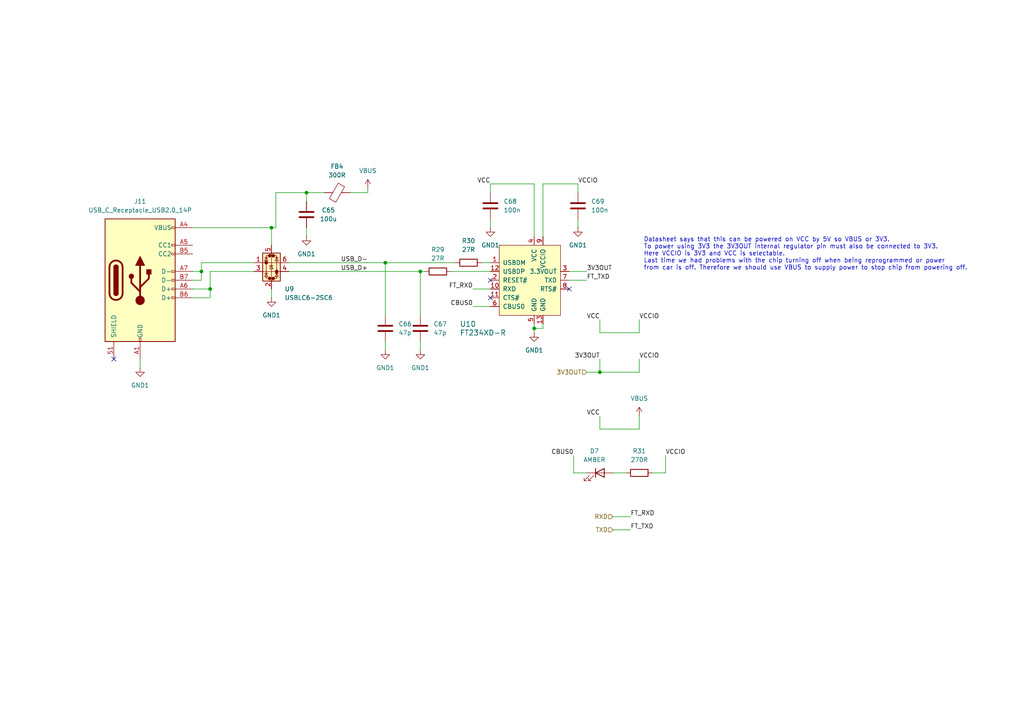
<source format=kicad_sch>
(kicad_sch (version 20231120) (generator "eeschema") (generator_version "8.0")
  (paper "A4")
  (title_block (title "HyperDrive Motor Controller") (date "2024-05-16") (rev "Mk. 1") (company "University of Alberta EcoCar Team"))
  (lib_symbols
    (symbol "Connector:USB_C_Receptacle_USB2.0_14P" (pin_names (offset 1.016))
      (property "Reference" "J" (at 0 22.225 0))
      (property "Value" "USB_C_Receptacle_USB2.0_14P" (at 0 19.685 0))
      (symbol "USB_C_Receptacle_USB2.0_14P_0_0"
        (rectangle (start -0.254 -17.78) (end 0.254 -16.764))
        (rectangle (start 10.16 -4.826) (end 9.144 -5.334))
        (rectangle (start 10.16 -2.286) (end 9.144 -2.794))
        (rectangle (start 10.16 0.254) (end 9.144 -0.254))
        (rectangle (start 10.16 2.794) (end 9.144 2.286))
        (rectangle (start 10.16 7.874) (end 9.144 7.366))
        (rectangle (start 10.16 10.414) (end 9.144 9.906))
        (rectangle (start 10.16 15.494) (end 9.144 14.986))
      )
      (symbol "USB_C_Receptacle_USB2.0_14P_0_1"
        (rectangle (start -10.16 17.78) (end 10.16 -17.78) (stroke (width 0.254)) (fill (type background)))
        (arc (start -8.89 -3.81) (mid -6.985 -5.7067) (end -5.08 -3.81) (stroke (width 0.508)))
        (arc (start -7.62 -3.81) (mid -6.985 -4.4423) (end -6.35 -3.81) (stroke (width 0.254)))
        (arc (start -7.62 -3.81) (mid -6.985 -4.4423) (end -6.35 -3.81) (stroke (width 0.254)) (fill (type outline)))
        (rectangle (start -7.62 -3.81) (end -6.35 3.81) (stroke (width 0.254)) (fill (type outline)))
        (arc (start -6.35 3.81) (mid -6.985 4.4423) (end -7.62 3.81) (stroke (width 0.254)))
        (arc (start -6.35 3.81) (mid -6.985 4.4423) (end -7.62 3.81) (stroke (width 0.254)) (fill (type outline)))
        (arc (start -5.08 3.81) (mid -6.985 5.7067) (end -8.89 3.81) (stroke (width 0.508)))
        (circle (center -2.54 1.143) (radius 0.635) (stroke (width 0.254)) (fill (type outline)))
        (circle (center 0 -5.842) (radius 1.27) (fill (type outline)))
        (polyline (pts (xy -8.89 -3.81) (xy -8.89 3.81)) (stroke (width 0.508)))
        (polyline (pts (xy -5.08 3.81) (xy -5.08 -3.81)) (stroke (width 0.508)))
        (polyline (pts (xy 0 -5.842) (xy 0 4.318)) (stroke (width 0.508)))
        (polyline (pts (xy 0 -3.302) (xy -2.54 -0.762) (xy -2.54 0.508)) (stroke (width 0.508)))
        (polyline (pts (xy 0 -2.032) (xy 2.54 0.508) (xy 2.54 1.778)) (stroke (width 0.508)))
        (polyline (pts (xy -1.27 4.318) (xy 0 6.858) (xy 1.27 4.318) (xy -1.27 4.318)) (stroke (width 0.254)) (fill (type outline)))
        (rectangle (start 1.905 1.778) (end 3.175 3.048) (stroke (width 0.254)) (fill (type outline)))
      )
      (symbol "USB_C_Receptacle_USB2.0_14P_1_1"
        (pin passive line (at 0 -22.86 90) (length 5.08) (name "GND") (number "A1"))
        (pin passive line (at 0 -22.86 90) (length 5.08) hide (name "GND") (number "A12"))
        (pin passive line (at 15.24 15.24 180) (length 5.08) (name "VBUS") (number "A4"))
        (pin bidirectional line (at 15.24 10.16 180) (length 5.08) (name "CC1") (number "A5"))
        (pin bidirectional line (at 15.24 -2.54 180) (length 5.08) (name "D+") (number "A6"))
        (pin bidirectional line (at 15.24 2.54 180) (length 5.08) (name "D-") (number "A7"))
        (pin passive line (at 15.24 15.24 180) (length 5.08) hide (name "VBUS") (number "A9"))
        (pin passive line (at 0 -22.86 90) (length 5.08) hide (name "GND") (number "B1"))
        (pin passive line (at 0 -22.86 90) (length 5.08) hide (name "GND") (number "B12"))
        (pin passive line (at 15.24 15.24 180) (length 5.08) hide (name "VBUS") (number "B4"))
        (pin bidirectional line (at 15.24 7.62 180) (length 5.08) (name "CC2") (number "B5"))
        (pin bidirectional line (at 15.24 -5.08 180) (length 5.08) (name "D+") (number "B6"))
        (pin bidirectional line (at 15.24 0 180) (length 5.08) (name "D-") (number "B7"))
        (pin passive line (at 15.24 15.24 180) (length 5.08) hide (name "VBUS") (number "B9"))
        (pin passive line (at -7.62 -22.86 90) (length 5.08) (name "SHIELD") (number "S1"))
      )
    )
    (symbol "Device:C" (pin_numbers hide) (pin_names (offset 0.254))
      (property "Reference" "C" (at 0.635 2.54 0))
      (property "Value" "C" (at 0.635 -2.54 0))
      (symbol "C_0_1"
        (polyline (pts (xy -2.032 -0.762) (xy 2.032 -0.762)) (stroke (width 0.508)))
        (polyline (pts (xy -2.032 0.762) (xy 2.032 0.762)) (stroke (width 0.508)))
      )
      (symbol "C_1_1"
        (pin passive line (at 0 3.81 270) (length 2.794) (name "~") (number "1"))
        (pin passive line (at 0 -3.81 90) (length 2.794) (name "~") (number "2"))
      )
    )
    (symbol "Device:FerriteBead" (pin_numbers hide) (pin_names (offset 0))
      (property "Reference" "FB" (at -3.81 0.635 90))
      (property "Value" "FerriteBead" (at 3.81 0 90))
      (symbol "FerriteBead_0_1"
        (polyline (pts (xy 0 -1.27) (xy 0 -1.2192)))
        (polyline (pts (xy 0 1.27) (xy 0 1.2954)))
        (polyline (pts (xy -2.7686 0.4064) (xy -1.7018 2.2606) (xy 2.7686 -0.3048) (xy 1.6764 -2.159) (xy -2.7686 0.4064)))
      )
      (symbol "FerriteBead_1_1"
        (pin passive line (at 0 3.81 270) (length 2.54) (name "~") (number "1"))
        (pin passive line (at 0 -3.81 90) (length 2.54) (name "~") (number "2"))
      )
    )
    (symbol "Device:LED" (pin_numbers hide) (pin_names (offset 1.016) hide)
      (property "Reference" "D" (at 0 2.54 0))
      (property "Value" "LED" (at 0 -2.54 0))
      (symbol "LED_0_1"
        (polyline (pts (xy -1.27 -1.27) (xy -1.27 1.27)) (stroke (width 0.254)))
        (polyline (pts (xy -1.27 0) (xy 1.27 0)))
        (polyline (pts (xy 1.27 -1.27) (xy 1.27 1.27) (xy -1.27 0) (xy 1.27 -1.27)) (stroke (width 0.254)))
        (polyline (pts (xy -3.048 -0.762) (xy -4.572 -2.286) (xy -3.81 -2.286) (xy -4.572 -2.286) (xy -4.572 -1.524)))
        (polyline (pts (xy -1.778 -0.762) (xy -3.302 -2.286) (xy -2.54 -2.286) (xy -3.302 -2.286) (xy -3.302 -1.524)))
      )
      (symbol "LED_1_1"
        (pin passive line (at -3.81 0 0) (length 2.54) (name "K") (number "1"))
        (pin passive line (at 3.81 0 180) (length 2.54) (name "A") (number "2"))
      )
    )
    (symbol "Device:R" (pin_numbers hide) (pin_names (offset 0))
      (property "Reference" "R" (at 2.032 0 90))
      (property "Value" "R" (at 0 0 90))
      (symbol "R_0_1"
        (rectangle (start -1.016 -2.54) (end 1.016 2.54) (stroke (width 0.254)))
      )
      (symbol "R_1_1"
        (pin passive line (at 0 3.81 270) (length 1.27) (name "~") (number "1"))
        (pin passive line (at 0 -3.81 90) (length 1.27) (name "~") (number "2"))
      )
    )
    (symbol "Power_Protection:USBLC6-2SC6" (pin_names hide)
      (property "Reference" "U" (at 0.635 5.715 0))
      (property "Value" "USBLC6-2SC6" (at 0.635 3.81 0))
      (symbol "USBLC6-2SC6_0_0"
        (circle (center -1.524 0) (radius 0.0001) (stroke (width 0.508)))
        (circle (center -0.508 -4.572) (radius 0.0001) (stroke (width 0.508)))
        (circle (center -0.508 2.032) (radius 0.0001) (stroke (width 0.508)))
        (circle (center 0.508 -4.572) (radius 0.0001) (stroke (width 0.508)))
        (circle (center 0.508 2.032) (radius 0.0001) (stroke (width 0.508)))
        (circle (center 1.524 -2.54) (radius 0.0001) (stroke (width 0.508)))
      )
      (symbol "USBLC6-2SC6_0_1"
        (polyline (pts (xy -2.54 -2.54) (xy 2.54 -2.54)))
        (polyline (pts (xy -2.54 0) (xy 2.54 0)))
        (polyline (pts (xy -2.032 -3.048) (xy -1.016 -3.048)))
        (polyline (pts (xy -1.016 1.524) (xy -2.032 1.524)))
        (polyline (pts (xy 1.016 -3.048) (xy 2.032 -3.048)))
        (polyline (pts (xy 1.016 1.524) (xy 2.032 1.524)))
        (polyline (pts (xy -0.508 -1.143) (xy -0.508 -0.762) (xy 0.508 -0.762)))
        (polyline (pts (xy -2.032 0.508) (xy -1.016 0.508) (xy -1.524 1.524) (xy -2.032 0.508)))
        (polyline (pts (xy -1.016 -4.064) (xy -2.032 -4.064) (xy -1.524 -3.048) (xy -1.016 -4.064)))
        (polyline (pts (xy 0.508 -1.778) (xy -0.508 -1.778) (xy 0 -0.762) (xy 0.508 -1.778)))
        (polyline (pts (xy 2.032 -4.064) (xy 1.016 -4.064) (xy 1.524 -3.048) (xy 2.032 -4.064)))
        (polyline (pts (xy 2.032 0.508) (xy 1.016 0.508) (xy 1.524 1.524) (xy 2.032 0.508)))
        (polyline (pts (xy 0 2.54) (xy -0.508 2.032) (xy 0.508 2.032) (xy 0 1.524) (xy 0 -4.064) (xy -0.508 -4.572) (xy 0.508 -4.572) (xy 0 -5.08)))
      )
      (symbol "USBLC6-2SC6_1_1"
        (rectangle (start -2.54 2.794) (end 2.54 -5.334) (stroke (width 0.254)) (fill (type background)))
        (polyline (pts (xy -0.508 2.032) (xy -1.524 2.032) (xy -1.524 -4.572) (xy -0.508 -4.572)))
        (polyline (pts (xy 0.508 -4.572) (xy 1.524 -4.572) (xy 1.524 2.032) (xy 0.508 2.032)))
        (pin passive line (at -5.08 0 0) (length 2.54) (name "I/O1") (number "1"))
        (pin passive line (at 0 -7.62 90) (length 2.54) (name "GND") (number "2"))
        (pin passive line (at -5.08 -2.54 0) (length 2.54) (name "I/O2") (number "3"))
        (pin passive line (at 5.08 -2.54 180) (length 2.54) (name "I/O2") (number "4"))
        (pin passive line (at 0 5.08 270) (length 2.54) (name "VBUS") (number "5"))
        (pin passive line (at 5.08 0 180) (length 2.54) (name "I/O1") (number "6"))
      )
    )
    (symbol "dk_Interface-Controllers:FT234XD-R" (pin_names (offset 1.016))
      (property "Reference" "U" (at -5.08 8.89 0))
      (property "Value" "FT234XD-R" (at 7.62 -15.24 0))
      (symbol "FT234XD-R_0_1"
        (rectangle (start -7.62 7.62) (end 10.16 -12.7) (fill (type background)))
      )
      (symbol "FT234XD-R_1_1"
        (pin bidirectional line (at -10.16 2.54 0) (length 2.54) (name "USBDM") (number "1"))
        (pin input line (at -10.16 -5.08 0) (length 2.54) (name "RXD") (number "10"))
        (pin input line (at -10.16 -7.62 0) (length 2.54) (name "CTS#") (number "11"))
        (pin bidirectional line (at -10.16 0 0) (length 2.54) (name "USBDP") (number "12"))
        (pin power_in line (at 5.08 -15.24 90) (length 2.54) (name "GND") (number "13"))
        (pin input line (at -10.16 -2.54 0) (length 2.54) (name "RESET#") (number "2"))
        (pin passive line (at 12.7 0 180) (length 2.54) (name "3.3VOUT") (number "3"))
        (pin power_in line (at 2.54 10.16 270) (length 2.54) (name "VCC") (number "4"))
        (pin power_in line (at 2.54 -15.24 90) (length 2.54) (name "GND") (number "5"))
        (pin bidirectional line (at -10.16 -10.16 0) (length 2.54) (name "CBUS0") (number "6"))
        (pin output line (at 12.7 -2.54 180) (length 2.54) (name "TXD") (number "7"))
        (pin output line (at 12.7 -5.08 180) (length 2.54) (name "RTS#") (number "8"))
        (pin power_in line (at 5.08 10.16 270) (length 2.54) (name "VCCIO") (number "9"))
      )
    )
    (symbol "power:GND1" (power) (pin_numbers hide) (pin_names (offset 0) hide)
      (property "Value" "GND1" (at 0 -3.81 0))
      (symbol "GND1_0_1"
        (polyline (pts (xy 0 0) (xy 0 -1.27) (xy 1.27 -1.27) (xy 0 -2.54) (xy -1.27 -1.27) (xy 0 -1.27)))
      )
      (symbol "GND1_1_1"
        (pin power_in line (at 0 0 270) (length 0) (name "~") (number "1"))
      )
    )
    (symbol "power:VBUS" (power) (pin_numbers hide) (pin_names (offset 0) hide)
      (property "Value" "VBUS" (at 0 3.556 0))
      (symbol "VBUS_0_1"
        (polyline (pts (xy -0.762 1.27) (xy 0 2.54)))
        (polyline (pts (xy 0 0) (xy 0 2.54)))
        (polyline (pts (xy 0 2.54) (xy 0.762 1.27)))
      )
      (symbol "VBUS_1_1"
        (pin power_in line (at 0 0 90) (length 0) (name "~") (number "1"))
      )
    )
  )
  (junction (at 78.74 66.04))
  (junction (at 111.76 76.2))
  (junction (at 60.96 83.82))
  (junction (at 58.42 78.74))
  (junction (at 121.92 78.74))
  (junction (at 173.99 107.95))
  (junction (at 154.94 95.25))
  (junction (at 88.9 55.88))
  (no_connect (at 142.24 81.28))
  (no_connect (at 33.02 104.14))
  (no_connect (at 142.24 86.36))
  (no_connect (at 165.1 83.82))
  (wire (pts (xy 173.99 107.95) (xy 185.42 107.95)))
  (wire (pts (xy 137.16 83.82) (xy 142.24 83.82)))
  (wire (pts (xy 142.24 63.5) (xy 142.24 66.04)))
  (wire (pts (xy 193.04 132.08) (xy 193.04 137.16)))
  (wire (pts (xy 173.99 92.71) (xy 173.99 96.52)))
  (wire (pts (xy 170.18 78.74) (xy 165.1 78.74)))
  (wire (pts (xy 88.9 55.88) (xy 80.01 55.88)))
  (wire (pts (xy 170.18 81.28) (xy 165.1 81.28)))
  (wire (pts (xy 80.01 55.88) (xy 80.01 66.04)))
  (wire (pts (xy 106.68 54.61) (xy 106.68 55.88)))
  (wire (pts (xy 182.88 153.67) (xy 177.8 153.67)))
  (wire (pts (xy 173.99 104.14) (xy 173.99 107.95)))
  (wire (pts (xy 142.24 53.34) (xy 142.24 55.88)))
  (wire (pts (xy 173.99 96.52) (xy 185.42 96.52)))
  (wire (pts (xy 78.74 83.82) (xy 78.74 86.36)))
  (wire (pts (xy 177.8 137.16) (xy 181.61 137.16)))
  (wire (pts (xy 173.99 124.46) (xy 185.42 124.46)))
  (wire (pts (xy 88.9 68.58) (xy 88.9 66.04)))
  (wire (pts (xy 55.88 81.28) (xy 58.42 81.28)))
  (wire (pts (xy 58.42 76.2) (xy 58.42 78.74)))
  (wire (pts (xy 58.42 78.74) (xy 58.42 81.28)))
  (wire (pts (xy 111.76 76.2) (xy 132.08 76.2)))
  (wire (pts (xy 55.88 83.82) (xy 60.96 83.82)))
  (wire (pts (xy 185.42 92.71) (xy 185.42 96.52)))
  (wire (pts (xy 142.24 53.34) (xy 154.94 53.34)))
  (wire (pts (xy 111.76 99.06) (xy 111.76 101.6)))
  (wire (pts (xy 55.88 78.74) (xy 58.42 78.74)))
  (wire (pts (xy 167.64 53.34) (xy 157.48 53.34)))
  (wire (pts (xy 40.64 104.14) (xy 40.64 106.68)))
  (wire (pts (xy 185.42 104.14) (xy 185.42 107.95)))
  (wire (pts (xy 55.88 86.36) (xy 60.96 86.36)))
  (wire (pts (xy 154.94 96.52) (xy 154.94 95.25)))
  (wire (pts (xy 170.18 107.95) (xy 173.99 107.95)))
  (wire (pts (xy 55.88 66.04) (xy 78.74 66.04)))
  (wire (pts (xy 154.94 95.25) (xy 154.94 93.98)))
  (wire (pts (xy 154.94 53.34) (xy 154.94 68.58)))
  (wire (pts (xy 173.99 120.65) (xy 173.99 124.46)))
  (wire (pts (xy 167.64 55.88) (xy 167.64 53.34)))
  (wire (pts (xy 78.74 66.04) (xy 78.74 71.12)))
  (wire (pts (xy 58.42 76.2) (xy 73.66 76.2)))
  (wire (pts (xy 139.7 76.2) (xy 142.24 76.2)))
  (wire (pts (xy 60.96 78.74) (xy 60.96 83.82)))
  (wire (pts (xy 121.92 78.74) (xy 123.19 78.74)))
  (wire (pts (xy 166.37 132.08) (xy 166.37 137.16)))
  (wire (pts (xy 157.48 93.98) (xy 157.48 95.25)))
  (wire (pts (xy 83.82 76.2) (xy 111.76 76.2)))
  (wire (pts (xy 60.96 83.82) (xy 60.96 86.36)))
  (wire (pts (xy 111.76 76.2) (xy 111.76 91.44)))
  (wire (pts (xy 121.92 99.06) (xy 121.92 101.6)))
  (wire (pts (xy 167.64 63.5) (xy 167.64 66.04)))
  (wire (pts (xy 193.04 137.16) (xy 189.23 137.16)))
  (wire (pts (xy 166.37 137.16) (xy 170.18 137.16)))
  (wire (pts (xy 182.88 149.86) (xy 177.8 149.86)))
  (wire (pts (xy 121.92 91.44) (xy 121.92 78.74)))
  (wire (pts (xy 137.16 88.9) (xy 142.24 88.9)))
  (wire (pts (xy 106.68 55.88) (xy 101.6 55.88)))
  (wire (pts (xy 73.66 78.74) (xy 60.96 78.74)))
  (wire (pts (xy 185.42 120.65) (xy 185.42 124.46)))
  (wire (pts (xy 78.74 66.04) (xy 80.01 66.04)))
  (wire (pts (xy 83.82 78.74) (xy 121.92 78.74)))
  (wire (pts (xy 93.98 55.88) (xy 88.9 55.88)))
  (wire (pts (xy 130.81 78.74) (xy 142.24 78.74)))
  (wire (pts (xy 154.94 95.25) (xy 157.48 95.25)))
  (wire (pts (xy 88.9 55.88) (xy 88.9 58.42)))
  (wire (pts (xy 157.48 53.34) (xy 157.48 68.58)))
  (text "Datasheet says that this can be powered on VCC by 5V so VBUS or 3V3.\nTo power using 3V3 the 3V3OUT internal regulator pin must also be connected to 3V3.\nHere VCCIO is 3V3 and VCC is selectable.\nLast time we had problems with the chip turning off when being reprogrammed or power\nfrom car is off. Therefore we should use VBUS to supply power to stop chip from powering off." (at 186.69 73.66 0) (effects (font (size 1.27 1.27)) (justify left)))
  (label "3V3OUT" (at 170.18 78.74 0))
  (label "FT_TXD" (at 170.18 81.28 0))
  (label "FT_TXD" (at 182.88 153.67 0))
  (label "FT_RXD" (at 182.88 149.86 0))
  (label "USB_D+" (at 106.68 78.74 180))
  (label "FT_RXD" (at 137.16 83.82 180))
  (label "VCCIO" (at 167.64 53.34 0))
  (label "VCC" (at 173.99 120.65 180))
  (label "CBUS0" (at 137.16 88.9 180))
  (label "VCCIO" (at 193.04 132.08 0))
  (label "CBUS0" (at 166.37 132.08 180))
  (label "3V3OUT" (at 173.99 104.14 180))
  (label "VCC" (at 173.99 92.71 180))
  (label "USB_D-" (at 106.68 76.2 180))
  (label "VCCIO" (at 185.42 104.14 0))
  (label "VCC" (at 142.24 53.34 180))
  (label "VCCIO" (at 185.42 92.71 0))
  (hierarchical_label "RXD" (shape input) (at 177.8 149.86 180))
  (hierarchical_label "3V3OUT" (shape input) (at 170.18 107.95 180))
  (hierarchical_label "TXD" (shape input) (at 177.8 153.67 180))
  (symbol (lib_id "power:GND1") (at 40.64 106.68 0) (unit 1)
    (property "Reference" "#PWR0196" (effects (hide yes)))
    (property "Value" "GND1" (at 40.64 111.76 0))
    (property "Description" "Power symbol creates a global label with name \"GND1\" , ground" (effects (hide yes)))
  )
  (symbol (lib_id "power:GND1") (at 88.9 68.58 0) (unit 1)
    (property "Reference" "#PWR089" (effects (hide yes)))
    (property "Value" "GND1" (at 88.9 73.66 0))
    (property "Description" "Power symbol creates a global label with name \"GND1\" , ground" (effects (hide yes)))
  )
  (symbol (lib_id "Device:LED") (at 173.99 137.16 0) (unit 1)
    (property "Reference" "D7" (at 172.4025 130.81 0))
    (property "Value" "AMBER" (at 172.4025 133.35 0))
    (property "Footprint" "LED_SMD:LED_0603_1608Metric" (effects (hide yes)))
    (property "Description" "Light emitting diode" (effects (hide yes)))
  )
  (symbol (lib_id "Device:R") (at 135.89 76.2 90) (unit 1)
    (property "Reference" "R30" (at 135.89 69.85 90))
    (property "Value" "27R" (at 135.89 72.39 90))
    (property "Footprint" "Resistor_SMD:R_0603_1608Metric" (effects (hide yes)))
    (property "Description" "Resistor" (effects (hide yes)))
  )
  (symbol (lib_id "Device:C") (at 121.92 95.25 0) (unit 1)
    (property "Reference" "C67" (at 125.73 93.9799 0) (effects (justify left)))
    (property "Value" "47p" (at 125.73 96.5199 0) (effects (justify left)))
    (property "Footprint" "Capacitor_SMD:C_0603_1608Metric" (effects (hide yes)))
    (property "Description" "Unpolarized capacitor" (effects (hide yes)))
  )
  (symbol (lib_id "Device:R") (at 127 78.74 90) (unit 1)
    (property "Reference" "R29" (at 127 72.39 90))
    (property "Value" "27R" (at 127 74.93 90))
    (property "Footprint" "Resistor_SMD:R_0603_1608Metric" (effects (hide yes)))
    (property "Description" "Resistor" (effects (hide yes)))
  )
  (symbol (lib_id "Device:C") (at 167.64 59.69 0) (unit 1)
    (property "Reference" "C69" (at 171.45 58.4199 0) (effects (justify left)))
    (property "Value" "100n" (at 171.45 60.9599 0) (effects (justify left)))
    (property "Footprint" "Capacitor_SMD:C_0603_1608Metric" (effects (hide yes)))
    (property "Description" "Unpolarized capacitor" (effects (hide yes)))
  )
  (symbol (lib_id "Device:C") (at 111.76 95.25 0) (unit 1)
    (property "Reference" "C66" (at 115.57 93.9799 0) (effects (justify left)))
    (property "Value" "47p" (at 115.57 96.5199 0) (effects (justify left)))
    (property "Footprint" "Capacitor_SMD:C_0603_1608Metric" (effects (hide yes)))
    (property "Description" "Unpolarized capacitor" (effects (hide yes)))
  )
  (symbol (lib_id "power:GND1") (at 111.76 101.6 0) (unit 1)
    (property "Reference" "#PWR090" (effects (hide yes)))
    (property "Value" "GND1" (at 111.76 106.68 0))
    (property "Description" "Power symbol creates a global label with name \"GND1\" , ground" (effects (hide yes)))
  )
  (symbol (lib_id "Device:C") (at 142.24 59.69 0) (unit 1)
    (property "Reference" "C68" (at 146.05 58.4199 0) (effects (justify left)))
    (property "Value" "100n" (at 146.05 60.9599 0) (effects (justify left)))
    (property "Footprint" "Capacitor_SMD:C_0603_1608Metric" (effects (hide yes)))
    (property "Description" "Unpolarized capacitor" (effects (hide yes)))
  )
  (symbol (lib_id "Device:R") (at 185.42 137.16 90) (unit 1)
    (property "Reference" "R31" (at 185.42 130.81 90))
    (property "Value" "270R" (at 185.42 133.35 90))
    (property "Footprint" "Resistor_SMD:R_0603_1608Metric" (effects (hide yes)))
    (property "Description" "Resistor" (effects (hide yes)))
  )
  (symbol (lib_id "power:GND1") (at 78.74 86.36 0) (unit 1)
    (property "Reference" "#PWR088" (effects (hide yes)))
    (property "Value" "GND1" (at 78.74 91.44 0))
    (property "Description" "Power symbol creates a global label with name \"GND1\" , ground" (effects (hide yes)))
  )
  (symbol (lib_id "dk_Interface-Controllers:FT234XD-R") (at 152.4 78.74 0) (unit 1)
    (property "Reference" "U10" (at 133.35 93.98 0) (effects (font (size 1.524 1.524)) (justify left)))
    (property "Value" "FT234XD-R" (at 133.35 96.52 0) (effects (font (size 1.524 1.524)) (justify left)))
    (property "Footprint" "digikey-footprints:DFN-12-1EP_3x3mm" (effects (hide yes)))
    (property "Datasheet" "http://www.ftdichip.com/Support/Documents/DataSheets/ICs/DS_FT234XD.pdf" (effects (hide yes)))
    (property "Description" "IC USB SERIAL BASIC UART 12DFN" (effects (hide yes)))
    (property "MPN" "FT234XD-R" (effects (hide yes)))
    (property "Category" "Integrated Circuits (ICs)" (effects (hide yes)))
    (property "Family" "Interface - Controllers" (effects (hide yes)))
    (property "DK_Datasheet_Link" "http://www.ftdichip.com/Support/Documents/DataSheets/ICs/DS_FT234XD.pdf" (effects (hide yes)))
    (property "DK_Detail_Page" "/product-detail/en/ftdi-future-technology-devices-international-ltd/FT234XD-R/768-1178-1-ND/3904926" (effects (hide yes)))
    (property "Description_1" "IC USB SERIAL BASIC UART 12DFN" (effects (hide yes)))
    (property "Manufacturer" "FTDI, Future Technology Devices International Ltd" (effects (hide yes)))
    (property "Status" "Active" (effects (hide yes)))
  )
  (symbol (lib_id "Connector:USB_C_Receptacle_USB2.0_14P") (at 40.64 81.28 0) (unit 1)
    (property "Reference" "J11" (at 40.64 58.42 0))
    (property "Value" "USB_C_Receptacle_USB2.0_14P" (at 40.64 60.96 0))
    (property "Footprint" "Connector_USB:USB_C_Receptacle_GCT_USB4105-xx-A_16P_TopMnt_Horizontal" (effects (hide yes)))
    (property "Datasheet" "https://www.usb.org/sites/default/files/documents/usb_type-c.zip" (effects (hide yes)))
    (property "Description" "USB 2.0-only 14P Type-C Receptacle connector" (effects (hide yes)))
  )
  (symbol (lib_id "power:VBUS") (at 106.68 54.61 0) (unit 1)
    (property "Reference" "#PWR091" (effects (hide yes)))
    (property "Value" "VBUS" (at 106.68 49.53 0))
    (property "Description" "Power symbol creates a global label with name \"VBUS\"" (effects (hide yes)))
  )
  (symbol (lib_id "power:GND1") (at 142.24 66.04 0) (unit 1)
    (property "Reference" "#PWR094" (effects (hide yes)))
    (property "Value" "GND1" (at 142.24 71.12 0))
    (property "Description" "Power symbol creates a global label with name \"GND1\" , ground" (effects (hide yes)))
  )
  (symbol (lib_id "Device:C") (at 88.9 62.23 180) (unit 1)
    (property "Reference" "C65" (at 95.25 60.96 0))
    (property "Value" "100u" (at 95.25 63.5 0))
    (property "Footprint" "Capacitor_SMD:C_0805_2012Metric" (effects (hide yes)))
    (property "Description" "Unpolarized capacitor" (effects (hide yes)))
  )
  (symbol (lib_id "Power_Protection:USBLC6-2SC6") (at 78.74 76.2 0) (unit 1)
    (property "Reference" "U9" (at 82.55 83.82 0) (effects (justify left)))
    (property "Value" "USBLC6-2SC6" (at 82.55 86.36 0) (effects (justify left)))
    (property "Footprint" "Package_TO_SOT_SMD:SOT-23-6" (effects (hide yes)))
    (property "Datasheet" "https://www.st.com/resource/en/datasheet/usblc6-2.pdf" (effects (hide yes)))
    (property "Description" "Very low capacitance ESD protection diode, 2 data-line, SOT-23-6" (effects (hide yes)))
  )
  (symbol (lib_id "Device:FerriteBead") (at 97.79 55.88 90) (unit 1)
    (property "Reference" "FB4" (at 97.7392 48.26 90))
    (property "Value" "300R" (at 97.7392 50.8 90))
    (property "Footprint" "Inductor_SMD:L_0805_2012Metric" (effects (hide yes)))
    (property "Description" "Ferrite bead" (effects (hide yes)))
  )
  (symbol (lib_id "power:GND1") (at 167.64 66.04 0) (unit 1)
    (property "Reference" "#PWR095" (effects (hide yes)))
    (property "Value" "GND1" (at 167.64 71.12 0))
    (property "Description" "Power symbol creates a global label with name \"GND1\" , ground" (effects (hide yes)))
  )
  (symbol (lib_id "power:VBUS") (at 185.42 120.65 0) (mirror y) (unit 1)
    (property "Reference" "#PWR0195" (effects (hide yes)))
    (property "Value" "VBUS" (at 185.42 115.57 0))
    (property "Description" "Power symbol creates a global label with name \"VBUS\"" (effects (hide yes)))
  )
  (symbol (lib_id "power:GND1") (at 154.94 96.52 0) (unit 1)
    (property "Reference" "#PWR093" (effects (hide yes)))
    (property "Value" "GND1" (at 154.94 101.6 0))
    (property "Description" "Power symbol creates a global label with name \"GND1\" , ground" (effects (hide yes)))
  )
  (symbol (lib_id "power:GND1") (at 121.92 101.6 0) (unit 1)
    (property "Reference" "#PWR092" (effects (hide yes)))
    (property "Value" "GND1" (at 121.92 106.68 0))
    (property "Description" "Power symbol creates a global label with name \"GND1\" , ground" (effects (hide yes)))
  )
)
</source>
